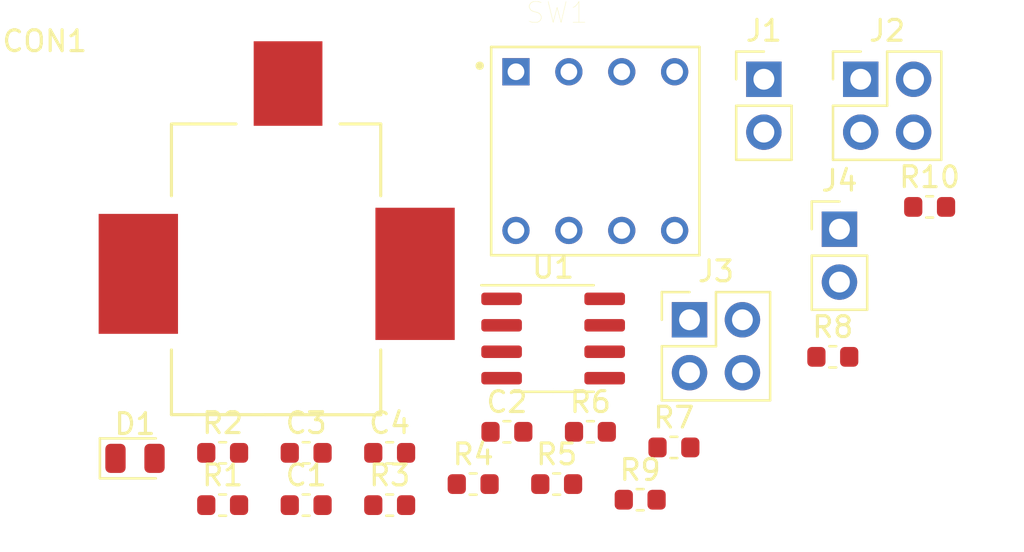
<source format=kicad_pcb>
(kicad_pcb (version 20171130) (host pcbnew "(5.1.9)-1")

  (general
    (thickness 0.04064)
    (drawings 0)
    (tracks 0)
    (zones 0)
    (modules 22)
    (nets 20)
  )

  (page A4)
  (layers
    (0 F.Cu signal)
    (31 B.Cu signal)
    (32 B.Adhes user)
    (33 F.Adhes user)
    (34 B.Paste user)
    (35 F.Paste user)
    (36 B.SilkS user)
    (37 F.SilkS user)
    (38 B.Mask user)
    (39 F.Mask user)
    (40 Dwgs.User user)
    (41 Cmts.User user)
    (42 Eco1.User user)
    (43 Eco2.User user)
    (44 Edge.Cuts user)
    (45 Margin user)
    (46 B.CrtYd user)
    (47 F.CrtYd user)
    (48 B.Fab user)
    (49 F.Fab user)
  )

  (setup
    (last_trace_width 0.1524)
    (user_trace_width 0.1524)
    (user_trace_width 0.3048)
    (user_trace_width 0.508)
    (user_trace_width 0.635)
    (user_trace_width 1.27)
    (user_trace_width 2.54)
    (trace_clearance 0.1524)
    (zone_clearance 0.508)
    (zone_45_only no)
    (trace_min 0.1524)
    (via_size 0.508)
    (via_drill 0.254)
    (via_min_size 0.508)
    (via_min_drill 0.254)
    (user_via 0.508 0.254)
    (user_via 1.016 0.508)
    (uvia_size 0.508)
    (uvia_drill 0.254)
    (uvias_allowed no)
    (uvia_min_size 0.508)
    (uvia_min_drill 0.254)
    (edge_width 0.05)
    (segment_width 0.2)
    (pcb_text_width 0.3)
    (pcb_text_size 1.5 1.5)
    (mod_edge_width 0.12)
    (mod_text_size 1 1)
    (mod_text_width 0.15)
    (pad_size 1.524 1.524)
    (pad_drill 0.762)
    (pad_to_mask_clearance 0)
    (aux_axis_origin 0 0)
    (visible_elements 7FFFF7FF)
    (pcbplotparams
      (layerselection 0x010fc_ffffffff)
      (usegerberextensions false)
      (usegerberattributes true)
      (usegerberadvancedattributes true)
      (creategerberjobfile true)
      (excludeedgelayer true)
      (linewidth 0.100000)
      (plotframeref false)
      (viasonmask false)
      (mode 1)
      (useauxorigin false)
      (hpglpennumber 1)
      (hpglpenspeed 20)
      (hpglpendiameter 15.000000)
      (psnegative false)
      (psa4output false)
      (plotreference true)
      (plotvalue true)
      (plotinvisibletext false)
      (padsonsilk false)
      (subtractmaskfromsilk false)
      (outputformat 1)
      (mirror false)
      (drillshape 1)
      (scaleselection 1)
      (outputdirectory ""))
  )

  (net 0 "")
  (net 1 +5V)
  (net 2 GND)
  (net 3 -5V)
  (net 4 "Net-(D1-Pad2)")
  (net 5 "Net-(J1-Pad2)")
  (net 6 "Net-(J1-Pad1)")
  (net 7 "Net-(J2-Pad3)")
  (net 8 "Net-(J2-Pad2)")
  (net 9 "Net-(J2-Pad1)")
  (net 10 "Net-(J3-Pad1)")
  (net 11 "Net-(J3-Pad2)")
  (net 12 "Net-(J4-Pad1)")
  (net 13 "Net-(R6-Pad1)")
  (net 14 "Net-(R10-Pad2)")
  (net 15 "Net-(R7-Pad1)")
  (net 16 "Net-(R8-Pad1)")
  (net 17 "Net-(R9-Pad1)")
  (net 18 "Net-(R10-Pad1)")
  (net 19 "Net-(SW1-PadC)")

  (net_class Default "This is the default net class."
    (clearance 0.1524)
    (trace_width 0.1524)
    (via_dia 0.508)
    (via_drill 0.254)
    (uvia_dia 0.508)
    (uvia_drill 0.254)
    (diff_pair_width 0.1524)
    (diff_pair_gap 0.254)
    (add_net +5V)
    (add_net -5V)
    (add_net GND)
    (add_net "Net-(D1-Pad2)")
    (add_net "Net-(J1-Pad1)")
    (add_net "Net-(J1-Pad2)")
    (add_net "Net-(J2-Pad1)")
    (add_net "Net-(J2-Pad2)")
    (add_net "Net-(J2-Pad3)")
    (add_net "Net-(J3-Pad1)")
    (add_net "Net-(J3-Pad2)")
    (add_net "Net-(J4-Pad1)")
    (add_net "Net-(R10-Pad1)")
    (add_net "Net-(R10-Pad2)")
    (add_net "Net-(R6-Pad1)")
    (add_net "Net-(R7-Pad1)")
    (add_net "Net-(R8-Pad1)")
    (add_net "Net-(R9-Pad1)")
    (add_net "Net-(SW1-PadC)")
  )

  (module capacitors_0603:1-0000018 (layer F.Cu) (tedit 60464FEF) (tstamp 6078B382)
    (at 135.187001 101.650001)
    (descr "Capacitor SMD 0603 (1608 Metric), square (rectangular) end terminal, IPC_7351 nominal")
    (tags capacitor)
    (path /607A0A4C)
    (attr smd)
    (fp_text reference C1 (at 0 -1.43) (layer F.SilkS)
      (effects (font (size 1 1) (thickness 0.15)))
    )
    (fp_text value 1-0000018 (at 0 1.43) (layer F.Fab)
      (effects (font (size 1 1) (thickness 0.15)))
    )
    (fp_line (start -0.8 0.4) (end -0.8 -0.4) (layer F.Fab) (width 0.1))
    (fp_line (start -0.8 -0.4) (end 0.8 -0.4) (layer F.Fab) (width 0.1))
    (fp_line (start 0.8 -0.4) (end 0.8 0.4) (layer F.Fab) (width 0.1))
    (fp_line (start 0.8 0.4) (end -0.8 0.4) (layer F.Fab) (width 0.1))
    (fp_line (start -0.162779 -0.51) (end 0.162779 -0.51) (layer F.SilkS) (width 0.12))
    (fp_line (start -0.162779 0.51) (end 0.162779 0.51) (layer F.SilkS) (width 0.12))
    (fp_line (start -1.48 0.73) (end -1.48 -0.73) (layer F.CrtYd) (width 0.05))
    (fp_line (start -1.48 -0.73) (end 1.48 -0.73) (layer F.CrtYd) (width 0.05))
    (fp_line (start 1.48 -0.73) (end 1.48 0.73) (layer F.CrtYd) (width 0.05))
    (fp_line (start 1.48 0.73) (end -1.48 0.73) (layer F.CrtYd) (width 0.05))
    (fp_text user %R (at 0 0) (layer F.Fab)
      (effects (font (size 0.4 0.4) (thickness 0.06)))
    )
    (pad 1 smd roundrect (at -0.7875 0) (size 0.875 0.95) (layers F.Cu F.Paste F.Mask) (roundrect_rratio 0.25)
      (net 1 +5V))
    (pad 2 smd roundrect (at 0.7875 0) (size 0.875 0.95) (layers F.Cu F.Paste F.Mask) (roundrect_rratio 0.25)
      (net 2 GND))
    (model ${LGEO_3D_DIR}/capacitors_0603/1-0000018.wrl
      (at (xyz 0 0 0))
      (scale (xyz 1 1 1))
      (rotate (xyz 0 0 0))
    )
  )

  (module capacitors_0603:1-0000007 (layer F.Cu) (tedit 5F5102B1) (tstamp 6078B393)
    (at 144.827001 98.130001)
    (descr "Capacitor SMD 0603 (1608 Metric), square (rectangular) end terminal, IPC_7351 nominal")
    (tags capacitor)
    (path /607A0A55)
    (attr smd)
    (fp_text reference C2 (at 0 -1.43) (layer F.SilkS)
      (effects (font (size 1 1) (thickness 0.15)))
    )
    (fp_text value 1-0000007 (at 0 1.43) (layer F.Fab)
      (effects (font (size 1 1) (thickness 0.15)))
    )
    (fp_line (start 1.48 0.73) (end -1.48 0.73) (layer F.CrtYd) (width 0.05))
    (fp_line (start 1.48 -0.73) (end 1.48 0.73) (layer F.CrtYd) (width 0.05))
    (fp_line (start -1.48 -0.73) (end 1.48 -0.73) (layer F.CrtYd) (width 0.05))
    (fp_line (start -1.48 0.73) (end -1.48 -0.73) (layer F.CrtYd) (width 0.05))
    (fp_line (start -0.162779 0.51) (end 0.162779 0.51) (layer F.SilkS) (width 0.12))
    (fp_line (start -0.162779 -0.51) (end 0.162779 -0.51) (layer F.SilkS) (width 0.12))
    (fp_line (start 0.8 0.4) (end -0.8 0.4) (layer F.Fab) (width 0.1))
    (fp_line (start 0.8 -0.4) (end 0.8 0.4) (layer F.Fab) (width 0.1))
    (fp_line (start -0.8 -0.4) (end 0.8 -0.4) (layer F.Fab) (width 0.1))
    (fp_line (start -0.8 0.4) (end -0.8 -0.4) (layer F.Fab) (width 0.1))
    (fp_text user %R (at 0 0) (layer F.Fab)
      (effects (font (size 0.4 0.4) (thickness 0.06)))
    )
    (pad 1 smd roundrect (at -0.7875 0) (size 0.875 0.95) (layers F.Cu F.Paste F.Mask) (roundrect_rratio 0.25)
      (net 1 +5V))
    (pad 2 smd roundrect (at 0.7875 0) (size 0.875 0.95) (layers F.Cu F.Paste F.Mask) (roundrect_rratio 0.25)
      (net 2 GND))
    (model ${LGEO_3D_DIR}/capacitors_0603/1-0000007.wrl
      (at (xyz 0 0 0))
      (scale (xyz 1 1 1))
      (rotate (xyz 0 0 0))
    )
  )

  (module capacitors_0603:1-0000007 (layer F.Cu) (tedit 5F5102B1) (tstamp 6078B3A4)
    (at 135.187001 99.140001)
    (descr "Capacitor SMD 0603 (1608 Metric), square (rectangular) end terminal, IPC_7351 nominal")
    (tags capacitor)
    (path /6079889D)
    (attr smd)
    (fp_text reference C3 (at 0 -1.43) (layer F.SilkS)
      (effects (font (size 1 1) (thickness 0.15)))
    )
    (fp_text value 1-0000007 (at 0 1.43) (layer F.Fab)
      (effects (font (size 1 1) (thickness 0.15)))
    )
    (fp_text user %R (at 0 0) (layer F.Fab)
      (effects (font (size 0.4 0.4) (thickness 0.06)))
    )
    (fp_line (start -0.8 0.4) (end -0.8 -0.4) (layer F.Fab) (width 0.1))
    (fp_line (start -0.8 -0.4) (end 0.8 -0.4) (layer F.Fab) (width 0.1))
    (fp_line (start 0.8 -0.4) (end 0.8 0.4) (layer F.Fab) (width 0.1))
    (fp_line (start 0.8 0.4) (end -0.8 0.4) (layer F.Fab) (width 0.1))
    (fp_line (start -0.162779 -0.51) (end 0.162779 -0.51) (layer F.SilkS) (width 0.12))
    (fp_line (start -0.162779 0.51) (end 0.162779 0.51) (layer F.SilkS) (width 0.12))
    (fp_line (start -1.48 0.73) (end -1.48 -0.73) (layer F.CrtYd) (width 0.05))
    (fp_line (start -1.48 -0.73) (end 1.48 -0.73) (layer F.CrtYd) (width 0.05))
    (fp_line (start 1.48 -0.73) (end 1.48 0.73) (layer F.CrtYd) (width 0.05))
    (fp_line (start 1.48 0.73) (end -1.48 0.73) (layer F.CrtYd) (width 0.05))
    (pad 2 smd roundrect (at 0.7875 0) (size 0.875 0.95) (layers F.Cu F.Paste F.Mask) (roundrect_rratio 0.25)
      (net 3 -5V))
    (pad 1 smd roundrect (at -0.7875 0) (size 0.875 0.95) (layers F.Cu F.Paste F.Mask) (roundrect_rratio 0.25)
      (net 2 GND))
    (model ${LGEO_3D_DIR}/capacitors_0603/1-0000007.wrl
      (at (xyz 0 0 0))
      (scale (xyz 1 1 1))
      (rotate (xyz 0 0 0))
    )
  )

  (module capacitors_0603:1-0000018 (layer F.Cu) (tedit 60464FEF) (tstamp 6078B3B5)
    (at 139.197001 99.140001)
    (descr "Capacitor SMD 0603 (1608 Metric), square (rectangular) end terminal, IPC_7351 nominal")
    (tags capacitor)
    (path /6079697B)
    (attr smd)
    (fp_text reference C4 (at 0 -1.43) (layer F.SilkS)
      (effects (font (size 1 1) (thickness 0.15)))
    )
    (fp_text value 1-0000018 (at 0 1.43) (layer F.Fab)
      (effects (font (size 1 1) (thickness 0.15)))
    )
    (fp_text user %R (at 0 0) (layer F.Fab)
      (effects (font (size 0.4 0.4) (thickness 0.06)))
    )
    (fp_line (start 1.48 0.73) (end -1.48 0.73) (layer F.CrtYd) (width 0.05))
    (fp_line (start 1.48 -0.73) (end 1.48 0.73) (layer F.CrtYd) (width 0.05))
    (fp_line (start -1.48 -0.73) (end 1.48 -0.73) (layer F.CrtYd) (width 0.05))
    (fp_line (start -1.48 0.73) (end -1.48 -0.73) (layer F.CrtYd) (width 0.05))
    (fp_line (start -0.162779 0.51) (end 0.162779 0.51) (layer F.SilkS) (width 0.12))
    (fp_line (start -0.162779 -0.51) (end 0.162779 -0.51) (layer F.SilkS) (width 0.12))
    (fp_line (start 0.8 0.4) (end -0.8 0.4) (layer F.Fab) (width 0.1))
    (fp_line (start 0.8 -0.4) (end 0.8 0.4) (layer F.Fab) (width 0.1))
    (fp_line (start -0.8 -0.4) (end 0.8 -0.4) (layer F.Fab) (width 0.1))
    (fp_line (start -0.8 0.4) (end -0.8 -0.4) (layer F.Fab) (width 0.1))
    (pad 2 smd roundrect (at 0.7875 0) (size 0.875 0.95) (layers F.Cu F.Paste F.Mask) (roundrect_rratio 0.25)
      (net 3 -5V))
    (pad 1 smd roundrect (at -0.7875 0) (size 0.875 0.95) (layers F.Cu F.Paste F.Mask) (roundrect_rratio 0.25)
      (net 2 GND))
    (model ${LGEO_3D_DIR}/capacitors_0603/1-0000018.wrl
      (at (xyz 0 0 0))
      (scale (xyz 1 1 1))
      (rotate (xyz 0 0 0))
    )
  )

  (module connectors:1-0000001 (layer F.Cu) (tedit 5FAF0202) (tstamp 6078B3C4)
    (at 134.317 90.545)
    (path /60774DDA)
    (fp_text reference CON1 (at -11.684 -11.176) (layer F.SilkS)
      (effects (font (size 1 1) (thickness 0.15)))
    )
    (fp_text value 1-0000001 (at -0.254 -4.572) (layer F.Fab)
      (effects (font (size 1 1) (thickness 0.15)))
    )
    (fp_line (start 2.5 -7.2) (end 4.45 -7.2) (layer F.SilkS) (width 0.15))
    (fp_line (start -4.7 -7.2) (end -2.5 -7.2) (layer F.SilkS) (width 0.15))
    (fp_line (start -5.6 6.76) (end 4.45 6.766) (layer F.SilkS) (width 0.15))
    (fp_line (start 4.45 -7.2) (end 4.45 -3.75) (layer F.SilkS) (width 0.15))
    (fp_line (start -5.55 -7.2) (end -4.7 -7.2) (layer F.SilkS) (width 0.15))
    (fp_line (start -5.6 -3.75) (end -5.6 -7.2) (layer F.SilkS) (width 0.15))
    (fp_line (start 4.45 6.76) (end 4.45 3.65) (layer F.SilkS) (width 0.15))
    (fp_line (start -5.6 6.76) (end -5.6 3.65) (layer F.SilkS) (width 0.15))
    (pad 1 smd rect (at 0 -9.14) (size 3.3 4.06) (layers F.Cu F.Paste F.Mask)
      (net 1 +5V))
    (pad 3 smd rect (at -7.19 0) (size 3.81 5.76) (layers F.Cu F.Paste F.Mask)
      (net 2 GND))
    (pad 2 smd rect (at 6.1 0) (size 3.81 6.35) (layers F.Cu F.Paste F.Mask)
      (net 2 GND))
    (model ${LGEO_3D_DIR}/connectors/1-0000001.STEP
      (offset (xyz -0.762 -6.477 0))
      (scale (xyz 1 1 1))
      (rotate (xyz -90 0 0))
    )
  )

  (module leds_0805:1-0000598 (layer F.Cu) (tedit 5FECF78E) (tstamp 6078B3D7)
    (at 126.967001 99.405001)
    (descr "LED SMD 0805 (2012 Metric), square (rectangular) end terminal, IPC_7351 nominal, (Body size source: https://docs.google.com/spreadsheets/d/1BsfQQcO9C6DZCsRaXUlFlo91Tg2WpOkGARC1WS5S8t0/edit?usp=sharing), generated with kicad-footprint-generator")
    (tags diode)
    (path /607DF6D9)
    (attr smd)
    (fp_text reference D1 (at 0 -1.65) (layer F.SilkS)
      (effects (font (size 1 1) (thickness 0.15)))
    )
    (fp_text value 1-0000598 (at 0 1.65) (layer F.Fab)
      (effects (font (size 1 1) (thickness 0.15)))
    )
    (fp_line (start 1.68 0.95) (end -1.68 0.95) (layer F.CrtYd) (width 0.05))
    (fp_line (start 1.68 -0.95) (end 1.68 0.95) (layer F.CrtYd) (width 0.05))
    (fp_line (start -1.68 -0.95) (end 1.68 -0.95) (layer F.CrtYd) (width 0.05))
    (fp_line (start -1.68 0.95) (end -1.68 -0.95) (layer F.CrtYd) (width 0.05))
    (fp_line (start -1.685 0.96) (end 1 0.96) (layer F.SilkS) (width 0.12))
    (fp_line (start -1.685 -0.96) (end -1.685 0.96) (layer F.SilkS) (width 0.12))
    (fp_line (start 1 -0.96) (end -1.685 -0.96) (layer F.SilkS) (width 0.12))
    (fp_line (start 1 0.6) (end 1 -0.6) (layer F.Fab) (width 0.1))
    (fp_line (start -1 0.6) (end 1 0.6) (layer F.Fab) (width 0.1))
    (fp_line (start -1 -0.3) (end -1 0.6) (layer F.Fab) (width 0.1))
    (fp_line (start -0.7 -0.6) (end -1 -0.3) (layer F.Fab) (width 0.1))
    (fp_line (start 1 -0.6) (end -0.7 -0.6) (layer F.Fab) (width 0.1))
    (fp_text user %R (at 0 0) (layer F.Fab)
      (effects (font (size 0.5 0.5) (thickness 0.08)))
    )
    (pad 1 smd roundrect (at -0.9375 0) (size 0.975 1.4) (layers F.Cu F.Paste F.Mask) (roundrect_rratio 0.25)
      (net 2 GND))
    (pad 2 smd roundrect (at 0.9375 0) (size 0.975 1.4) (layers F.Cu F.Paste F.Mask) (roundrect_rratio 0.25)
      (net 4 "Net-(D1-Pad2)"))
    (model ${LGEO_3D_DIR}/leds_0805/1-0000598.step
      (at (xyz 0 0 0))
      (scale (xyz 1 1 1))
      (rotate (xyz 0 0 0))
    )
  )

  (module connectors:1-0000120 (layer F.Cu) (tedit 5FB6DCBA) (tstamp 6078B3ED)
    (at 157.167001 81.200001)
    (descr "Connector Header Through Hole 2 position 0.100\" (2.54mm)")
    (tags "CONN HEADER VERT 2POS 2.54MM")
    (path /6078EDA3)
    (fp_text reference J1 (at 0 -2.33) (layer F.SilkS)
      (effects (font (size 1 1) (thickness 0.15)))
    )
    (fp_text value 1-0000120 (at 0 4.87) (layer F.Fab)
      (effects (font (size 1 1) (thickness 0.15)))
    )
    (fp_text user %R (at 0 1.27 90) (layer F.Fab)
      (effects (font (size 1 1) (thickness 0.15)))
    )
    (fp_line (start -0.635 -1.27) (end 1.27 -1.27) (layer F.Fab) (width 0.1))
    (fp_line (start 1.27 -1.27) (end 1.27 3.81) (layer F.Fab) (width 0.1))
    (fp_line (start 1.27 3.81) (end -1.27 3.81) (layer F.Fab) (width 0.1))
    (fp_line (start -1.27 3.81) (end -1.27 -0.635) (layer F.Fab) (width 0.1))
    (fp_line (start -1.27 -0.635) (end -0.635 -1.27) (layer F.Fab) (width 0.1))
    (fp_line (start -1.33 3.87) (end 1.33 3.87) (layer F.SilkS) (width 0.12))
    (fp_line (start -1.33 1.27) (end -1.33 3.87) (layer F.SilkS) (width 0.12))
    (fp_line (start 1.33 1.27) (end 1.33 3.87) (layer F.SilkS) (width 0.12))
    (fp_line (start -1.33 1.27) (end 1.33 1.27) (layer F.SilkS) (width 0.12))
    (fp_line (start -1.33 0) (end -1.33 -1.33) (layer F.SilkS) (width 0.12))
    (fp_line (start -1.33 -1.33) (end 0 -1.33) (layer F.SilkS) (width 0.12))
    (fp_line (start -1.8 -1.8) (end -1.8 4.35) (layer F.CrtYd) (width 0.05))
    (fp_line (start -1.8 4.35) (end 1.8 4.35) (layer F.CrtYd) (width 0.05))
    (fp_line (start 1.8 4.35) (end 1.8 -1.8) (layer F.CrtYd) (width 0.05))
    (fp_line (start 1.8 -1.8) (end -1.8 -1.8) (layer F.CrtYd) (width 0.05))
    (pad 2 thru_hole oval (at 0 2.54) (size 1.7 1.7) (drill 1) (layers *.Cu *.Mask)
      (net 5 "Net-(J1-Pad2)"))
    (pad 1 thru_hole rect (at 0 0) (size 1.7 1.7) (drill 1) (layers *.Cu *.Mask)
      (net 6 "Net-(J1-Pad1)"))
    (model ${LGEO_3D_DIR}/connectors/1-0000120.step
      (at (xyz 0 0 0))
      (scale (xyz 1 1 1))
      (rotate (xyz 0 0 0))
    )
  )

  (module Connector_PinHeader_2.54mm:PinHeader_2x02_P2.54mm_Vertical (layer F.Cu) (tedit 59FED5CC) (tstamp 6078B407)
    (at 161.817001 81.200001)
    (descr "Through hole straight pin header, 2x02, 2.54mm pitch, double rows")
    (tags "Through hole pin header THT 2x02 2.54mm double row")
    (path /607C3542)
    (fp_text reference J2 (at 1.27 -2.33) (layer F.SilkS)
      (effects (font (size 1 1) (thickness 0.15)))
    )
    (fp_text value Jumper (at 1.27 4.87) (layer F.Fab)
      (effects (font (size 1 1) (thickness 0.15)))
    )
    (fp_text user %R (at 1.27 1.27 90) (layer F.Fab)
      (effects (font (size 1 1) (thickness 0.15)))
    )
    (fp_line (start 0 -1.27) (end 3.81 -1.27) (layer F.Fab) (width 0.1))
    (fp_line (start 3.81 -1.27) (end 3.81 3.81) (layer F.Fab) (width 0.1))
    (fp_line (start 3.81 3.81) (end -1.27 3.81) (layer F.Fab) (width 0.1))
    (fp_line (start -1.27 3.81) (end -1.27 0) (layer F.Fab) (width 0.1))
    (fp_line (start -1.27 0) (end 0 -1.27) (layer F.Fab) (width 0.1))
    (fp_line (start -1.33 3.87) (end 3.87 3.87) (layer F.SilkS) (width 0.12))
    (fp_line (start -1.33 1.27) (end -1.33 3.87) (layer F.SilkS) (width 0.12))
    (fp_line (start 3.87 -1.33) (end 3.87 3.87) (layer F.SilkS) (width 0.12))
    (fp_line (start -1.33 1.27) (end 1.27 1.27) (layer F.SilkS) (width 0.12))
    (fp_line (start 1.27 1.27) (end 1.27 -1.33) (layer F.SilkS) (width 0.12))
    (fp_line (start 1.27 -1.33) (end 3.87 -1.33) (layer F.SilkS) (width 0.12))
    (fp_line (start -1.33 0) (end -1.33 -1.33) (layer F.SilkS) (width 0.12))
    (fp_line (start -1.33 -1.33) (end 0 -1.33) (layer F.SilkS) (width 0.12))
    (fp_line (start -1.8 -1.8) (end -1.8 4.35) (layer F.CrtYd) (width 0.05))
    (fp_line (start -1.8 4.35) (end 4.35 4.35) (layer F.CrtYd) (width 0.05))
    (fp_line (start 4.35 4.35) (end 4.35 -1.8) (layer F.CrtYd) (width 0.05))
    (fp_line (start 4.35 -1.8) (end -1.8 -1.8) (layer F.CrtYd) (width 0.05))
    (pad 4 thru_hole oval (at 2.54 2.54) (size 1.7 1.7) (drill 1) (layers *.Cu *.Mask)
      (net 6 "Net-(J1-Pad1)"))
    (pad 3 thru_hole oval (at 0 2.54) (size 1.7 1.7) (drill 1) (layers *.Cu *.Mask)
      (net 7 "Net-(J2-Pad3)"))
    (pad 2 thru_hole oval (at 2.54 0) (size 1.7 1.7) (drill 1) (layers *.Cu *.Mask)
      (net 8 "Net-(J2-Pad2)"))
    (pad 1 thru_hole rect (at 0 0) (size 1.7 1.7) (drill 1) (layers *.Cu *.Mask)
      (net 9 "Net-(J2-Pad1)"))
    (model ${KISYS3DMOD}/Connector_PinHeader_2.54mm.3dshapes/PinHeader_2x02_P2.54mm_Vertical.wrl
      (at (xyz 0 0 0))
      (scale (xyz 1 1 1))
      (rotate (xyz 0 0 0))
    )
  )

  (module Connector_PinHeader_2.54mm:PinHeader_2x02_P2.54mm_Vertical (layer F.Cu) (tedit 59FED5CC) (tstamp 6078B421)
    (at 153.597001 92.750001)
    (descr "Through hole straight pin header, 2x02, 2.54mm pitch, double rows")
    (tags "Through hole pin header THT 2x02 2.54mm double row")
    (path /607ABDFA)
    (fp_text reference J3 (at 1.27 -2.33) (layer F.SilkS)
      (effects (font (size 1 1) (thickness 0.15)))
    )
    (fp_text value Jumper (at 1.27 4.87) (layer F.Fab)
      (effects (font (size 1 1) (thickness 0.15)))
    )
    (fp_line (start 4.35 -1.8) (end -1.8 -1.8) (layer F.CrtYd) (width 0.05))
    (fp_line (start 4.35 4.35) (end 4.35 -1.8) (layer F.CrtYd) (width 0.05))
    (fp_line (start -1.8 4.35) (end 4.35 4.35) (layer F.CrtYd) (width 0.05))
    (fp_line (start -1.8 -1.8) (end -1.8 4.35) (layer F.CrtYd) (width 0.05))
    (fp_line (start -1.33 -1.33) (end 0 -1.33) (layer F.SilkS) (width 0.12))
    (fp_line (start -1.33 0) (end -1.33 -1.33) (layer F.SilkS) (width 0.12))
    (fp_line (start 1.27 -1.33) (end 3.87 -1.33) (layer F.SilkS) (width 0.12))
    (fp_line (start 1.27 1.27) (end 1.27 -1.33) (layer F.SilkS) (width 0.12))
    (fp_line (start -1.33 1.27) (end 1.27 1.27) (layer F.SilkS) (width 0.12))
    (fp_line (start 3.87 -1.33) (end 3.87 3.87) (layer F.SilkS) (width 0.12))
    (fp_line (start -1.33 1.27) (end -1.33 3.87) (layer F.SilkS) (width 0.12))
    (fp_line (start -1.33 3.87) (end 3.87 3.87) (layer F.SilkS) (width 0.12))
    (fp_line (start -1.27 0) (end 0 -1.27) (layer F.Fab) (width 0.1))
    (fp_line (start -1.27 3.81) (end -1.27 0) (layer F.Fab) (width 0.1))
    (fp_line (start 3.81 3.81) (end -1.27 3.81) (layer F.Fab) (width 0.1))
    (fp_line (start 3.81 -1.27) (end 3.81 3.81) (layer F.Fab) (width 0.1))
    (fp_line (start 0 -1.27) (end 3.81 -1.27) (layer F.Fab) (width 0.1))
    (fp_text user %R (at 1.27 1.27 90) (layer F.Fab)
      (effects (font (size 1 1) (thickness 0.15)))
    )
    (pad 1 thru_hole rect (at 0 0) (size 1.7 1.7) (drill 1) (layers *.Cu *.Mask)
      (net 10 "Net-(J3-Pad1)"))
    (pad 2 thru_hole oval (at 2.54 0) (size 1.7 1.7) (drill 1) (layers *.Cu *.Mask)
      (net 11 "Net-(J3-Pad2)"))
    (pad 3 thru_hole oval (at 0 2.54) (size 1.7 1.7) (drill 1) (layers *.Cu *.Mask)
      (net 5 "Net-(J1-Pad2)"))
    (pad 4 thru_hole oval (at 2.54 2.54) (size 1.7 1.7) (drill 1) (layers *.Cu *.Mask)
      (net 5 "Net-(J1-Pad2)"))
    (model ${KISYS3DMOD}/Connector_PinHeader_2.54mm.3dshapes/PinHeader_2x02_P2.54mm_Vertical.wrl
      (at (xyz 0 0 0))
      (scale (xyz 1 1 1))
      (rotate (xyz 0 0 0))
    )
  )

  (module connectors:1-0000120 (layer F.Cu) (tedit 5FB6DCBA) (tstamp 6078B437)
    (at 160.797001 88.400001)
    (descr "Connector Header Through Hole 2 position 0.100\" (2.54mm)")
    (tags "CONN HEADER VERT 2POS 2.54MM")
    (path /6079BC80)
    (fp_text reference J4 (at 0 -2.33) (layer F.SilkS)
      (effects (font (size 1 1) (thickness 0.15)))
    )
    (fp_text value 1-0000120 (at 0 4.87) (layer F.Fab)
      (effects (font (size 1 1) (thickness 0.15)))
    )
    (fp_line (start 1.8 -1.8) (end -1.8 -1.8) (layer F.CrtYd) (width 0.05))
    (fp_line (start 1.8 4.35) (end 1.8 -1.8) (layer F.CrtYd) (width 0.05))
    (fp_line (start -1.8 4.35) (end 1.8 4.35) (layer F.CrtYd) (width 0.05))
    (fp_line (start -1.8 -1.8) (end -1.8 4.35) (layer F.CrtYd) (width 0.05))
    (fp_line (start -1.33 -1.33) (end 0 -1.33) (layer F.SilkS) (width 0.12))
    (fp_line (start -1.33 0) (end -1.33 -1.33) (layer F.SilkS) (width 0.12))
    (fp_line (start -1.33 1.27) (end 1.33 1.27) (layer F.SilkS) (width 0.12))
    (fp_line (start 1.33 1.27) (end 1.33 3.87) (layer F.SilkS) (width 0.12))
    (fp_line (start -1.33 1.27) (end -1.33 3.87) (layer F.SilkS) (width 0.12))
    (fp_line (start -1.33 3.87) (end 1.33 3.87) (layer F.SilkS) (width 0.12))
    (fp_line (start -1.27 -0.635) (end -0.635 -1.27) (layer F.Fab) (width 0.1))
    (fp_line (start -1.27 3.81) (end -1.27 -0.635) (layer F.Fab) (width 0.1))
    (fp_line (start 1.27 3.81) (end -1.27 3.81) (layer F.Fab) (width 0.1))
    (fp_line (start 1.27 -1.27) (end 1.27 3.81) (layer F.Fab) (width 0.1))
    (fp_line (start -0.635 -1.27) (end 1.27 -1.27) (layer F.Fab) (width 0.1))
    (fp_text user %R (at 0 1.27 90) (layer F.Fab)
      (effects (font (size 1 1) (thickness 0.15)))
    )
    (pad 1 thru_hole rect (at 0 0) (size 1.7 1.7) (drill 1) (layers *.Cu *.Mask)
      (net 12 "Net-(J4-Pad1)"))
    (pad 2 thru_hole oval (at 0 2.54) (size 1.7 1.7) (drill 1) (layers *.Cu *.Mask)
      (net 2 GND))
    (model ${LGEO_3D_DIR}/connectors/1-0000120.step
      (at (xyz 0 0 0))
      (scale (xyz 1 1 1))
      (rotate (xyz 0 0 0))
    )
  )

  (module resistors_0603:1-0000008 (layer F.Cu) (tedit 5F49615D) (tstamp 6078B448)
    (at 131.177001 101.650001)
    (descr "Resistor SMD 0603 (1608 Metric), square (rectangular) end terminal, IPC_7351 nominal")
    (tags resistor)
    (path /607DCDC7)
    (attr smd)
    (fp_text reference R1 (at 0 -1.43) (layer F.SilkS)
      (effects (font (size 1 1) (thickness 0.15)))
    )
    (fp_text value 1-0000008 (at 0 1.43) (layer F.Fab)
      (effects (font (size 1 1) (thickness 0.15)))
    )
    (fp_line (start 1.48 0.73) (end -1.48 0.73) (layer F.CrtYd) (width 0.05))
    (fp_line (start 1.48 -0.73) (end 1.48 0.73) (layer F.CrtYd) (width 0.05))
    (fp_line (start -1.48 -0.73) (end 1.48 -0.73) (layer F.CrtYd) (width 0.05))
    (fp_line (start -1.48 0.73) (end -1.48 -0.73) (layer F.CrtYd) (width 0.05))
    (fp_line (start -0.162779 0.51) (end 0.162779 0.51) (layer F.SilkS) (width 0.12))
    (fp_line (start -0.162779 -0.51) (end 0.162779 -0.51) (layer F.SilkS) (width 0.12))
    (fp_line (start 0.8 0.4) (end -0.8 0.4) (layer F.Fab) (width 0.1))
    (fp_line (start 0.8 -0.4) (end 0.8 0.4) (layer F.Fab) (width 0.1))
    (fp_line (start -0.8 -0.4) (end 0.8 -0.4) (layer F.Fab) (width 0.1))
    (fp_line (start -0.8 0.4) (end -0.8 -0.4) (layer F.Fab) (width 0.1))
    (fp_text user %R (at 0 0) (layer F.Fab)
      (effects (font (size 0.4 0.4) (thickness 0.06)))
    )
    (pad 1 smd roundrect (at -0.7875 0) (size 0.875 0.95) (layers F.Cu F.Paste F.Mask) (roundrect_rratio 0.25)
      (net 4 "Net-(D1-Pad2)"))
    (pad 2 smd roundrect (at 0.7875 0) (size 0.875 0.95) (layers F.Cu F.Paste F.Mask) (roundrect_rratio 0.25)
      (net 1 +5V))
    (model ${LGEO_3D_DIR}/resistors_0603/1-0000008.wrl
      (at (xyz 0 0 0))
      (scale (xyz 1 1 1))
      (rotate (xyz 0 0 0))
    )
  )

  (module resistors_0603:1-0000010 (layer F.Cu) (tedit 5F4917A6) (tstamp 6078B459)
    (at 131.177001 99.140001)
    (descr "Resistor SMD 0603 (1608 Metric), square (rectangular) end terminal, IPC_7351 nominal")
    (tags resistor)
    (path /607B0805)
    (attr smd)
    (fp_text reference R2 (at 0 -1.43) (layer F.SilkS)
      (effects (font (size 1 1) (thickness 0.15)))
    )
    (fp_text value 1-0000010 (at 0 1.43) (layer F.Fab)
      (effects (font (size 1 1) (thickness 0.15)))
    )
    (fp_text user %R (at 0 0) (layer F.Fab)
      (effects (font (size 0.4 0.4) (thickness 0.06)))
    )
    (fp_line (start -0.8 0.4) (end -0.8 -0.4) (layer F.Fab) (width 0.1))
    (fp_line (start -0.8 -0.4) (end 0.8 -0.4) (layer F.Fab) (width 0.1))
    (fp_line (start 0.8 -0.4) (end 0.8 0.4) (layer F.Fab) (width 0.1))
    (fp_line (start 0.8 0.4) (end -0.8 0.4) (layer F.Fab) (width 0.1))
    (fp_line (start -0.162779 -0.51) (end 0.162779 -0.51) (layer F.SilkS) (width 0.12))
    (fp_line (start -0.162779 0.51) (end 0.162779 0.51) (layer F.SilkS) (width 0.12))
    (fp_line (start -1.48 0.73) (end -1.48 -0.73) (layer F.CrtYd) (width 0.05))
    (fp_line (start -1.48 -0.73) (end 1.48 -0.73) (layer F.CrtYd) (width 0.05))
    (fp_line (start 1.48 -0.73) (end 1.48 0.73) (layer F.CrtYd) (width 0.05))
    (fp_line (start 1.48 0.73) (end -1.48 0.73) (layer F.CrtYd) (width 0.05))
    (pad 2 smd roundrect (at 0.7875 0) (size 0.875 0.95) (layers F.Cu F.Paste F.Mask) (roundrect_rratio 0.25)
      (net 11 "Net-(J3-Pad2)"))
    (pad 1 smd roundrect (at -0.7875 0) (size 0.875 0.95) (layers F.Cu F.Paste F.Mask) (roundrect_rratio 0.25)
      (net 2 GND))
    (model ${LGEO_3D_DIR}/resistors_0603/1-0000010.wrl
      (at (xyz 0 0 0))
      (scale (xyz 1 1 1))
      (rotate (xyz 0 0 0))
    )
  )

  (module resistors_0603:1-0000011 (layer F.Cu) (tedit 5F4E8F24) (tstamp 6078B46A)
    (at 139.197001 101.650001)
    (descr "Resistor 0603")
    (tags resistor)
    (path /607C3554)
    (attr smd)
    (fp_text reference R3 (at 0 -1.43) (layer F.SilkS)
      (effects (font (size 1 1) (thickness 0.15)))
    )
    (fp_text value 1-0000011 (at 0 1.43) (layer F.Fab)
      (effects (font (size 1 1) (thickness 0.15)))
    )
    (fp_line (start 1.48 0.73) (end -1.48 0.73) (layer F.CrtYd) (width 0.05))
    (fp_line (start 1.48 -0.73) (end 1.48 0.73) (layer F.CrtYd) (width 0.05))
    (fp_line (start -1.48 -0.73) (end 1.48 -0.73) (layer F.CrtYd) (width 0.05))
    (fp_line (start -1.48 0.73) (end -1.48 -0.73) (layer F.CrtYd) (width 0.05))
    (fp_line (start -0.162779 0.51) (end 0.162779 0.51) (layer F.SilkS) (width 0.12))
    (fp_line (start -0.162779 -0.51) (end 0.162779 -0.51) (layer F.SilkS) (width 0.12))
    (fp_line (start 0.8 0.4) (end -0.8 0.4) (layer F.Fab) (width 0.1))
    (fp_line (start 0.8 -0.4) (end 0.8 0.4) (layer F.Fab) (width 0.1))
    (fp_line (start -0.8 -0.4) (end 0.8 -0.4) (layer F.Fab) (width 0.1))
    (fp_line (start -0.8 0.4) (end -0.8 -0.4) (layer F.Fab) (width 0.1))
    (fp_text user %R (at 0 0) (layer F.Fab)
      (effects (font (size 0.4 0.4) (thickness 0.06)))
    )
    (pad 1 smd roundrect (at -0.7875 0) (size 0.875 0.95) (layers F.Cu F.Paste F.Mask) (roundrect_rratio 0.25)
      (net 2 GND))
    (pad 2 smd roundrect (at 0.7875 0) (size 0.875 0.95) (layers F.Cu F.Paste F.Mask) (roundrect_rratio 0.25)
      (net 9 "Net-(J2-Pad1)"))
    (model ${LGEO_3D_DIR}/resistors_0603/1-0000011.wrl
      (at (xyz 0 0 0))
      (scale (xyz 1 1 1))
      (rotate (xyz 0 0 0))
    )
  )

  (module resistors_0603:1-0000011 (layer F.Cu) (tedit 5F4E8F24) (tstamp 6078B47B)
    (at 143.207001 100.640001)
    (descr "Resistor 0603")
    (tags resistor)
    (path /607B174B)
    (attr smd)
    (fp_text reference R4 (at 0 -1.43) (layer F.SilkS)
      (effects (font (size 1 1) (thickness 0.15)))
    )
    (fp_text value 1-0000011 (at 0 1.43) (layer F.Fab)
      (effects (font (size 1 1) (thickness 0.15)))
    )
    (fp_text user %R (at 0 0) (layer F.Fab)
      (effects (font (size 0.4 0.4) (thickness 0.06)))
    )
    (fp_line (start -0.8 0.4) (end -0.8 -0.4) (layer F.Fab) (width 0.1))
    (fp_line (start -0.8 -0.4) (end 0.8 -0.4) (layer F.Fab) (width 0.1))
    (fp_line (start 0.8 -0.4) (end 0.8 0.4) (layer F.Fab) (width 0.1))
    (fp_line (start 0.8 0.4) (end -0.8 0.4) (layer F.Fab) (width 0.1))
    (fp_line (start -0.162779 -0.51) (end 0.162779 -0.51) (layer F.SilkS) (width 0.12))
    (fp_line (start -0.162779 0.51) (end 0.162779 0.51) (layer F.SilkS) (width 0.12))
    (fp_line (start -1.48 0.73) (end -1.48 -0.73) (layer F.CrtYd) (width 0.05))
    (fp_line (start -1.48 -0.73) (end 1.48 -0.73) (layer F.CrtYd) (width 0.05))
    (fp_line (start 1.48 -0.73) (end 1.48 0.73) (layer F.CrtYd) (width 0.05))
    (fp_line (start 1.48 0.73) (end -1.48 0.73) (layer F.CrtYd) (width 0.05))
    (pad 2 smd roundrect (at 0.7875 0) (size 0.875 0.95) (layers F.Cu F.Paste F.Mask) (roundrect_rratio 0.25)
      (net 10 "Net-(J3-Pad1)"))
    (pad 1 smd roundrect (at -0.7875 0) (size 0.875 0.95) (layers F.Cu F.Paste F.Mask) (roundrect_rratio 0.25)
      (net 2 GND))
    (model ${LGEO_3D_DIR}/resistors_0603/1-0000011.wrl
      (at (xyz 0 0 0))
      (scale (xyz 1 1 1))
      (rotate (xyz 0 0 0))
    )
  )

  (module resistors_0603:1-0000010 (layer F.Cu) (tedit 5F4917A6) (tstamp 6078B48C)
    (at 147.217001 100.640001)
    (descr "Resistor SMD 0603 (1608 Metric), square (rectangular) end terminal, IPC_7351 nominal")
    (tags resistor)
    (path /607C354B)
    (attr smd)
    (fp_text reference R5 (at 0 -1.43) (layer F.SilkS)
      (effects (font (size 1 1) (thickness 0.15)))
    )
    (fp_text value 1-0000010 (at 0 1.43) (layer F.Fab)
      (effects (font (size 1 1) (thickness 0.15)))
    )
    (fp_line (start 1.48 0.73) (end -1.48 0.73) (layer F.CrtYd) (width 0.05))
    (fp_line (start 1.48 -0.73) (end 1.48 0.73) (layer F.CrtYd) (width 0.05))
    (fp_line (start -1.48 -0.73) (end 1.48 -0.73) (layer F.CrtYd) (width 0.05))
    (fp_line (start -1.48 0.73) (end -1.48 -0.73) (layer F.CrtYd) (width 0.05))
    (fp_line (start -0.162779 0.51) (end 0.162779 0.51) (layer F.SilkS) (width 0.12))
    (fp_line (start -0.162779 -0.51) (end 0.162779 -0.51) (layer F.SilkS) (width 0.12))
    (fp_line (start 0.8 0.4) (end -0.8 0.4) (layer F.Fab) (width 0.1))
    (fp_line (start 0.8 -0.4) (end 0.8 0.4) (layer F.Fab) (width 0.1))
    (fp_line (start -0.8 -0.4) (end 0.8 -0.4) (layer F.Fab) (width 0.1))
    (fp_line (start -0.8 0.4) (end -0.8 -0.4) (layer F.Fab) (width 0.1))
    (fp_text user %R (at 0 0) (layer F.Fab)
      (effects (font (size 0.4 0.4) (thickness 0.06)))
    )
    (pad 1 smd roundrect (at -0.7875 0) (size 0.875 0.95) (layers F.Cu F.Paste F.Mask) (roundrect_rratio 0.25)
      (net 2 GND))
    (pad 2 smd roundrect (at 0.7875 0) (size 0.875 0.95) (layers F.Cu F.Paste F.Mask) (roundrect_rratio 0.25)
      (net 8 "Net-(J2-Pad2)"))
    (model ${LGEO_3D_DIR}/resistors_0603/1-0000010.wrl
      (at (xyz 0 0 0))
      (scale (xyz 1 1 1))
      (rotate (xyz 0 0 0))
    )
  )

  (module resistors_0603:1-0000006 (layer F.Cu) (tedit 5F4917AD) (tstamp 6078B49D)
    (at 148.837001 98.130001)
    (descr "Resistor SMD 0603 (1608 Metric), square (rectangular) end terminal, IPC_7351 nominal")
    (tags resistor)
    (path /60782231)
    (attr smd)
    (fp_text reference R6 (at 0 -1.43) (layer F.SilkS)
      (effects (font (size 1 1) (thickness 0.15)))
    )
    (fp_text value 1-0000006 (at 0 1.43) (layer F.Fab)
      (effects (font (size 1 1) (thickness 0.15)))
    )
    (fp_line (start 1.48 0.73) (end -1.48 0.73) (layer F.CrtYd) (width 0.05))
    (fp_line (start 1.48 -0.73) (end 1.48 0.73) (layer F.CrtYd) (width 0.05))
    (fp_line (start -1.48 -0.73) (end 1.48 -0.73) (layer F.CrtYd) (width 0.05))
    (fp_line (start -1.48 0.73) (end -1.48 -0.73) (layer F.CrtYd) (width 0.05))
    (fp_line (start -0.162779 0.51) (end 0.162779 0.51) (layer F.SilkS) (width 0.12))
    (fp_line (start -0.162779 -0.51) (end 0.162779 -0.51) (layer F.SilkS) (width 0.12))
    (fp_line (start 0.8 0.4) (end -0.8 0.4) (layer F.Fab) (width 0.1))
    (fp_line (start 0.8 -0.4) (end 0.8 0.4) (layer F.Fab) (width 0.1))
    (fp_line (start -0.8 -0.4) (end 0.8 -0.4) (layer F.Fab) (width 0.1))
    (fp_line (start -0.8 0.4) (end -0.8 -0.4) (layer F.Fab) (width 0.1))
    (fp_text user %R (at 0 0) (layer F.Fab)
      (effects (font (size 0.4 0.4) (thickness 0.06)))
    )
    (pad 1 smd roundrect (at -0.7875 0) (size 0.875 0.95) (layers F.Cu F.Paste F.Mask) (roundrect_rratio 0.25)
      (net 13 "Net-(R6-Pad1)"))
    (pad 2 smd roundrect (at 0.7875 0) (size 0.875 0.95) (layers F.Cu F.Paste F.Mask) (roundrect_rratio 0.25)
      (net 14 "Net-(R10-Pad2)"))
    (model ${LGEO_3D_DIR}/resistors_0603/1-0000006.wrl
      (at (xyz 0 0 0))
      (scale (xyz 1 1 1))
      (rotate (xyz 0 0 0))
    )
  )

  (module resistors_0603:1-0000851 (layer F.Cu) (tedit 60784D04) (tstamp 6078B4AE)
    (at 152.847001 98.880001)
    (descr "Resistor SMD 0603 (1608 Metric), square (rectangular) end terminal, IPC_7351 nominal")
    (tags resistor)
    (path /60789E07)
    (attr smd)
    (fp_text reference R7 (at 0 -1.43) (layer F.SilkS)
      (effects (font (size 1 1) (thickness 0.15)))
    )
    (fp_text value 1-0000851 (at 0 1.43) (layer F.Fab)
      (effects (font (size 1 1) (thickness 0.15)))
    )
    (fp_line (start 1.48 0.73) (end -1.48 0.73) (layer F.CrtYd) (width 0.05))
    (fp_line (start 1.48 -0.73) (end 1.48 0.73) (layer F.CrtYd) (width 0.05))
    (fp_line (start -1.48 -0.73) (end 1.48 -0.73) (layer F.CrtYd) (width 0.05))
    (fp_line (start -1.48 0.73) (end -1.48 -0.73) (layer F.CrtYd) (width 0.05))
    (fp_line (start -0.162779 0.51) (end 0.162779 0.51) (layer F.SilkS) (width 0.12))
    (fp_line (start -0.162779 -0.51) (end 0.162779 -0.51) (layer F.SilkS) (width 0.12))
    (fp_line (start 0.8 0.4) (end -0.8 0.4) (layer F.Fab) (width 0.1))
    (fp_line (start 0.8 -0.4) (end 0.8 0.4) (layer F.Fab) (width 0.1))
    (fp_line (start -0.8 -0.4) (end 0.8 -0.4) (layer F.Fab) (width 0.1))
    (fp_line (start -0.8 0.4) (end -0.8 -0.4) (layer F.Fab) (width 0.1))
    (fp_text user %R (at 0 0) (layer F.Fab)
      (effects (font (size 0.4 0.4) (thickness 0.06)))
    )
    (pad 1 smd roundrect (at -0.7875 0) (size 0.875 0.95) (layers F.Cu F.Paste F.Mask) (roundrect_rratio 0.25)
      (net 15 "Net-(R7-Pad1)"))
    (pad 2 smd roundrect (at 0.7875 0) (size 0.875 0.95) (layers F.Cu F.Paste F.Mask) (roundrect_rratio 0.25)
      (net 14 "Net-(R10-Pad2)"))
    (model ${LGEO_3D_DIR}/resistors_0603/1-0000851.wrl
      (at (xyz 0 0 0))
      (scale (xyz 1 1 1))
      (rotate (xyz 0 0 0))
    )
  )

  (module resistors_0603:1-0000177 (layer F.Cu) (tedit 5F4EC083) (tstamp 6078B4BF)
    (at 160.477001 94.530001)
    (descr "Resistor SMD 0603 (1608 Metric), square (rectangular) end terminal, IPC_7351 nominal")
    (tags resistor)
    (path /60785AFA)
    (attr smd)
    (fp_text reference R8 (at 0 -1.43) (layer F.SilkS)
      (effects (font (size 1 1) (thickness 0.15)))
    )
    (fp_text value 1-0000177 (at 0 1.43) (layer F.Fab)
      (effects (font (size 1 1) (thickness 0.15)))
    )
    (fp_line (start 1.48 0.73) (end -1.48 0.73) (layer F.CrtYd) (width 0.05))
    (fp_line (start 1.48 -0.73) (end 1.48 0.73) (layer F.CrtYd) (width 0.05))
    (fp_line (start -1.48 -0.73) (end 1.48 -0.73) (layer F.CrtYd) (width 0.05))
    (fp_line (start -1.48 0.73) (end -1.48 -0.73) (layer F.CrtYd) (width 0.05))
    (fp_line (start -0.162779 0.51) (end 0.162779 0.51) (layer F.SilkS) (width 0.12))
    (fp_line (start -0.162779 -0.51) (end 0.162779 -0.51) (layer F.SilkS) (width 0.12))
    (fp_line (start 0.8 0.4) (end -0.8 0.4) (layer F.Fab) (width 0.1))
    (fp_line (start 0.8 -0.4) (end 0.8 0.4) (layer F.Fab) (width 0.1))
    (fp_line (start -0.8 -0.4) (end 0.8 -0.4) (layer F.Fab) (width 0.1))
    (fp_line (start -0.8 0.4) (end -0.8 -0.4) (layer F.Fab) (width 0.1))
    (fp_text user %R (at 0 0) (layer F.Fab)
      (effects (font (size 0.4 0.4) (thickness 0.06)))
    )
    (pad 1 smd roundrect (at -0.7875 0) (size 0.875 0.95) (layers F.Cu F.Paste F.Mask) (roundrect_rratio 0.25)
      (net 16 "Net-(R8-Pad1)"))
    (pad 2 smd roundrect (at 0.7875 0) (size 0.875 0.95) (layers F.Cu F.Paste F.Mask) (roundrect_rratio 0.25)
      (net 14 "Net-(R10-Pad2)"))
    (model ${LGEO_3D_DIR}/resistors_0603/1-0000177.wrl
      (at (xyz 0 0 0))
      (scale (xyz 1 1 1))
      (rotate (xyz 0 0 0))
    )
  )

  (module resistors_0603:1-0000179 (layer F.Cu) (tedit 6046515A) (tstamp 6078B4D0)
    (at 151.227001 101.390001)
    (descr "Resistor SMD 0603 (1608 Metric), square (rectangular) end terminal, IPC_7351 nominal")
    (tags resistor)
    (path /607883FD)
    (attr smd)
    (fp_text reference R9 (at 0 -1.43) (layer F.SilkS)
      (effects (font (size 1 1) (thickness 0.15)))
    )
    (fp_text value 1-0000179 (at 0 1.43) (layer F.Fab)
      (effects (font (size 1 1) (thickness 0.15)))
    )
    (fp_line (start -0.8 0.4) (end -0.8 -0.4) (layer F.Fab) (width 0.1))
    (fp_line (start -0.8 -0.4) (end 0.8 -0.4) (layer F.Fab) (width 0.1))
    (fp_line (start 0.8 -0.4) (end 0.8 0.4) (layer F.Fab) (width 0.1))
    (fp_line (start 0.8 0.4) (end -0.8 0.4) (layer F.Fab) (width 0.1))
    (fp_line (start -0.162779 -0.51) (end 0.162779 -0.51) (layer F.SilkS) (width 0.12))
    (fp_line (start -0.162779 0.51) (end 0.162779 0.51) (layer F.SilkS) (width 0.12))
    (fp_line (start -1.48 0.73) (end -1.48 -0.73) (layer F.CrtYd) (width 0.05))
    (fp_line (start -1.48 -0.73) (end 1.48 -0.73) (layer F.CrtYd) (width 0.05))
    (fp_line (start 1.48 -0.73) (end 1.48 0.73) (layer F.CrtYd) (width 0.05))
    (fp_line (start 1.48 0.73) (end -1.48 0.73) (layer F.CrtYd) (width 0.05))
    (fp_text user %R (at 0 0) (layer F.Fab)
      (effects (font (size 0.4 0.4) (thickness 0.06)))
    )
    (pad 1 smd roundrect (at -0.7875 0) (size 0.875 0.95) (layers F.Cu F.Paste F.Mask) (roundrect_rratio 0.25)
      (net 17 "Net-(R9-Pad1)"))
    (pad 2 smd roundrect (at 0.7875 0) (size 0.875 0.95) (layers F.Cu F.Paste F.Mask) (roundrect_rratio 0.25)
      (net 14 "Net-(R10-Pad2)"))
    (model ${LGEO_3D_DIR}/resistors_0603/1-0000179.wrl
      (at (xyz 0 0 0))
      (scale (xyz 1 1 1))
      (rotate (xyz 0 0 0))
    )
  )

  (module resistors_0603:1-0000112 (layer F.Cu) (tedit 5F4EB181) (tstamp 6078B4E1)
    (at 165.127001 87.330001)
    (descr "Resistor SMD 0603 (1608 Metric), square (rectangular) end terminal, IPC_7351 nominal")
    (tags resistor)
    (path /607878B8)
    (attr smd)
    (fp_text reference R10 (at 0 -1.43) (layer F.SilkS)
      (effects (font (size 1 1) (thickness 0.15)))
    )
    (fp_text value 1-0000112 (at 0 1.43) (layer F.Fab)
      (effects (font (size 1 1) (thickness 0.15)))
    )
    (fp_line (start 1.48 0.73) (end -1.48 0.73) (layer F.CrtYd) (width 0.05))
    (fp_line (start 1.48 -0.73) (end 1.48 0.73) (layer F.CrtYd) (width 0.05))
    (fp_line (start -1.48 -0.73) (end 1.48 -0.73) (layer F.CrtYd) (width 0.05))
    (fp_line (start -1.48 0.73) (end -1.48 -0.73) (layer F.CrtYd) (width 0.05))
    (fp_line (start -0.162779 0.51) (end 0.162779 0.51) (layer F.SilkS) (width 0.12))
    (fp_line (start -0.162779 -0.51) (end 0.162779 -0.51) (layer F.SilkS) (width 0.12))
    (fp_line (start 0.8 0.4) (end -0.8 0.4) (layer F.Fab) (width 0.1))
    (fp_line (start 0.8 -0.4) (end 0.8 0.4) (layer F.Fab) (width 0.1))
    (fp_line (start -0.8 -0.4) (end 0.8 -0.4) (layer F.Fab) (width 0.1))
    (fp_line (start -0.8 0.4) (end -0.8 -0.4) (layer F.Fab) (width 0.1))
    (fp_text user %R (at 0 0) (layer F.Fab)
      (effects (font (size 0.4 0.4) (thickness 0.06)))
    )
    (pad 1 smd roundrect (at -0.7875 0) (size 0.875 0.95) (layers F.Cu F.Paste F.Mask) (roundrect_rratio 0.25)
      (net 18 "Net-(R10-Pad1)"))
    (pad 2 smd roundrect (at 0.7875 0) (size 0.875 0.95) (layers F.Cu F.Paste F.Mask) (roundrect_rratio 0.25)
      (net 14 "Net-(R10-Pad2)"))
    (model ${LGEO_3D_DIR}/resistors_0603/1-0000112.wrl
      (at (xyz 0 0 0))
      (scale (xyz 1 1 1))
      (rotate (xyz 0 0 0))
    )
  )

  (module switches:1-0000852 (layer F.Cu) (tedit 607752FF) (tstamp 6078B4FB)
    (at 149.072001 84.650001)
    (path /60780061)
    (fp_text reference SW1 (at -1.83341 -6.64509) (layer F.SilkS)
      (effects (font (size 1 1) (thickness 0.015)))
    )
    (fp_text value 1-0000852 (at 5.1506 6.37815) (layer F.Fab)
      (effects (font (size 1 1) (thickness 0.015)))
    )
    (fp_circle (center -5.55 -4.1) (end -5.45 -4.1) (layer F.Fab) (width 0.2))
    (fp_circle (center -5.55 -4.1) (end -5.45 -4.1) (layer F.SilkS) (width 0.2))
    (fp_line (start -5.25 5.25) (end -5.25 -5.25) (layer F.CrtYd) (width 0.05))
    (fp_line (start 5.25 5.25) (end -5.25 5.25) (layer F.CrtYd) (width 0.05))
    (fp_line (start 5.25 -5.25) (end 5.25 5.25) (layer F.CrtYd) (width 0.05))
    (fp_line (start -5.25 -5.25) (end 5.25 -5.25) (layer F.CrtYd) (width 0.05))
    (fp_line (start -5 5) (end -5 -5) (layer F.SilkS) (width 0.127))
    (fp_line (start 5 5) (end -5 5) (layer F.SilkS) (width 0.127))
    (fp_line (start 5 -5) (end 5 5) (layer F.SilkS) (width 0.127))
    (fp_line (start -5 -5) (end 5 -5) (layer F.SilkS) (width 0.127))
    (fp_line (start -5 -5) (end -5 5) (layer F.Fab) (width 0.127))
    (fp_line (start 5 -5) (end -5 -5) (layer F.Fab) (width 0.127))
    (fp_line (start 5 5) (end 5 -5) (layer F.Fab) (width 0.127))
    (fp_line (start -5 5) (end 5 5) (layer F.Fab) (width 0.127))
    (pad 3 thru_hole circle (at 3.81 -3.81) (size 1.308 1.308) (drill 0.8) (layers *.Cu *.Mask)
      (net 16 "Net-(R8-Pad1)"))
    (pad 2 thru_hole circle (at 1.27 -3.81) (size 1.308 1.308) (drill 0.8) (layers *.Cu *.Mask)
      (net 17 "Net-(R9-Pad1)"))
    (pad C thru_hole circle (at -1.27 -3.81) (size 1.308 1.308) (drill 0.8) (layers *.Cu *.Mask)
      (net 19 "Net-(SW1-PadC)"))
    (pad 1 thru_hole rect (at -3.81 -3.81) (size 1.308 1.308) (drill 0.8) (layers *.Cu *.Mask)
      (net 18 "Net-(R10-Pad1)"))
    (pad NC thru_hole circle (at 3.81 3.81) (size 1.308 1.308) (drill 0.8) (layers *.Cu *.Mask))
    (pad C1 thru_hole circle (at 1.27 3.81) (size 1.308 1.308) (drill 0.8) (layers *.Cu *.Mask))
    (pad 5 thru_hole circle (at -1.27 3.81) (size 1.308 1.308) (drill 0.8) (layers *.Cu *.Mask)
      (net 13 "Net-(R6-Pad1)"))
    (pad 4 thru_hole circle (at -3.81 3.81) (size 1.308 1.308) (drill 0.8) (layers *.Cu *.Mask)
      (net 15 "Net-(R7-Pad1)"))
  )

  (module amplifiers:1-0000801 (layer F.Cu) (tedit 60774C97) (tstamp 6078B515)
    (at 147.047001 93.650001)
    (descr "SOIC, 8 Pin (JEDEC MS-012AA, https://www.analog.com/media/en/package-pcb-resources/package/pkg_pdf/soic_narrow-r/r_8.pdf), generated with kicad-footprint-generator ipc_gullwing_generator.py")
    (tags "SOIC SO")
    (path /60778415)
    (attr smd)
    (fp_text reference U1 (at 0 -3.4) (layer F.SilkS)
      (effects (font (size 1 1) (thickness 0.15)))
    )
    (fp_text value 1-0000801 (at 0 3.4) (layer F.Fab)
      (effects (font (size 1 1) (thickness 0.15)))
    )
    (fp_line (start 0 2.56) (end 1.95 2.56) (layer F.SilkS) (width 0.12))
    (fp_line (start 0 2.56) (end -1.95 2.56) (layer F.SilkS) (width 0.12))
    (fp_line (start 0 -2.56) (end 1.95 -2.56) (layer F.SilkS) (width 0.12))
    (fp_line (start 0 -2.56) (end -3.45 -2.56) (layer F.SilkS) (width 0.12))
    (fp_line (start -0.975 -2.45) (end 1.95 -2.45) (layer F.Fab) (width 0.1))
    (fp_line (start 1.95 -2.45) (end 1.95 2.45) (layer F.Fab) (width 0.1))
    (fp_line (start 1.95 2.45) (end -1.95 2.45) (layer F.Fab) (width 0.1))
    (fp_line (start -1.95 2.45) (end -1.95 -1.475) (layer F.Fab) (width 0.1))
    (fp_line (start -1.95 -1.475) (end -0.975 -2.45) (layer F.Fab) (width 0.1))
    (fp_line (start -3.7 -2.7) (end -3.7 2.7) (layer F.CrtYd) (width 0.05))
    (fp_line (start -3.7 2.7) (end 3.7 2.7) (layer F.CrtYd) (width 0.05))
    (fp_line (start 3.7 2.7) (end 3.7 -2.7) (layer F.CrtYd) (width 0.05))
    (fp_line (start 3.7 -2.7) (end -3.7 -2.7) (layer F.CrtYd) (width 0.05))
    (fp_text user %R (at 0 0) (layer F.Fab)
      (effects (font (size 0.98 0.98) (thickness 0.15)))
    )
    (pad 8 smd roundrect (at 2.475 -1.905) (size 1.95 0.6) (layers F.Cu F.Paste F.Mask) (roundrect_rratio 0.25)
      (net 14 "Net-(R10-Pad2)"))
    (pad 7 smd roundrect (at 2.475 -0.635) (size 1.95 0.6) (layers F.Cu F.Paste F.Mask) (roundrect_rratio 0.25)
      (net 1 +5V))
    (pad 6 smd roundrect (at 2.475 0.635) (size 1.95 0.6) (layers F.Cu F.Paste F.Mask) (roundrect_rratio 0.25)
      (net 12 "Net-(J4-Pad1)"))
    (pad 5 smd roundrect (at 2.475 1.905) (size 1.95 0.6) (layers F.Cu F.Paste F.Mask) (roundrect_rratio 0.25)
      (net 2 GND))
    (pad 4 smd roundrect (at -2.475 1.905) (size 1.95 0.6) (layers F.Cu F.Paste F.Mask) (roundrect_rratio 0.25)
      (net 3 -5V))
    (pad 3 smd roundrect (at -2.475 0.635) (size 1.95 0.6) (layers F.Cu F.Paste F.Mask) (roundrect_rratio 0.25)
      (net 5 "Net-(J1-Pad2)"))
    (pad 2 smd roundrect (at -2.475 -0.635) (size 1.95 0.6) (layers F.Cu F.Paste F.Mask) (roundrect_rratio 0.25)
      (net 7 "Net-(J2-Pad3)"))
    (pad 1 smd roundrect (at -2.475 -1.905) (size 1.95 0.6) (layers F.Cu F.Paste F.Mask) (roundrect_rratio 0.25)
      (net 19 "Net-(SW1-PadC)"))
    (model ${LGEO_3D_DIR}/amplifiers/1-0000801.step
      (at (xyz 0 0 0))
      (scale (xyz 1 1 1))
      (rotate (xyz 0 0 0))
    )
  )

)

</source>
